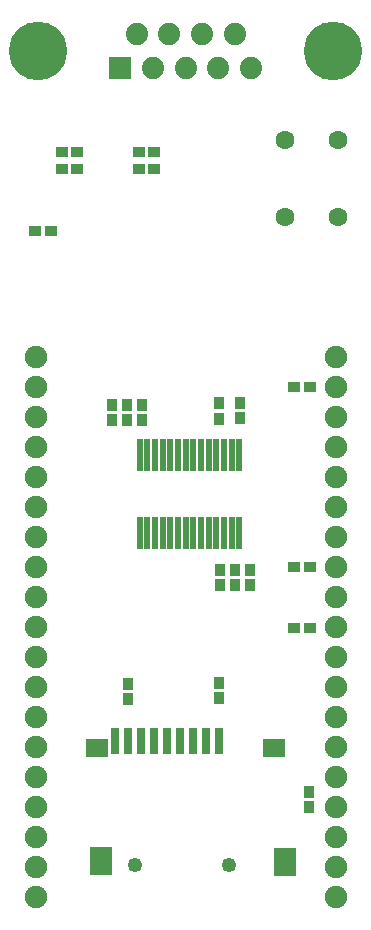
<source format=gbr>
G04 DipTrace 3.3.1.3*
G04 TopMask.gbr*
%MOIN*%
G04 #@! TF.FileFunction,Soldermask,Top*
G04 #@! TF.Part,Single*
%ADD37C,0.049213*%
%ADD44R,0.023628X0.106305*%
%ADD46C,0.074809*%
%ADD50R,0.076778X0.096463*%
%ADD52R,0.076778X0.064967*%
%ADD54R,0.031502X0.08662*%
%ADD56C,0.062998*%
%ADD58C,0.195282*%
%ADD60C,0.074415*%
%ADD62R,0.074415X0.074415*%
%ADD64R,0.043313X0.035439*%
%ADD66R,0.035439X0.043313*%
%FSLAX26Y26*%
G04*
G70*
G90*
G75*
G01*
G04 TopMask*
%LPD*%
D66*
X1199952Y2037451D3*
Y2088632D3*
X1234198Y1532077D3*
Y1480896D3*
X1134824Y1532363D3*
Y1481182D3*
X1184824Y1532363D3*
Y1481182D3*
X1131202Y2087449D3*
Y2036268D3*
D64*
X913685Y2868700D3*
X862504D3*
X656202D3*
X605021D3*
D62*
X800953Y3206293D3*
D60*
X910008D3*
X1019063D3*
X1128118D3*
X1237173D3*
X855481Y3318104D3*
X964536D3*
X1073591D3*
X1182646D3*
D58*
X527134Y3262199D3*
X1510992D3*
D64*
X1381202Y1543700D3*
X1432383D3*
X913685Y2924949D3*
X862504D3*
X1381201Y2143700D3*
X1432382D3*
X1381202Y1337449D3*
X1432383D3*
X656202Y2924951D3*
X605021D3*
D66*
X1431202Y793700D3*
Y742519D3*
X827944Y1151987D3*
Y1100806D3*
X1131202Y1156200D3*
Y1105019D3*
D64*
X569256Y2661745D3*
X518075D3*
D66*
X874196Y2032504D3*
Y2083686D3*
X824196Y2032504D3*
Y2083686D3*
X774196Y2032504D3*
Y2083686D3*
D56*
X1526036Y2708482D3*
Y2964388D3*
X1348870D3*
Y2708482D3*
D54*
X783337Y962516D3*
X826645D3*
X869952D3*
X913259D3*
X956566D3*
X999873D3*
X1043180D3*
X1086487D3*
X1129794D3*
D52*
X724243Y938934D3*
X1313042Y938582D3*
D50*
X1349353Y560697D3*
X737735Y560833D3*
D37*
X848574Y550340D3*
X1163023D3*
D46*
X1518702Y443700D3*
Y543700D3*
Y643700D3*
Y743700D3*
Y843700D3*
Y943700D3*
Y1043700D3*
Y1143700D3*
Y1243700D3*
Y1343700D3*
Y1443700D3*
Y1543700D3*
Y1643700D3*
Y1743700D3*
Y1843700D3*
Y1943700D3*
Y2043700D3*
Y2143700D3*
Y2243700D3*
X518702D3*
Y2143700D3*
Y2043700D3*
Y1943700D3*
Y1843700D3*
Y1743700D3*
Y1643700D3*
Y1543700D3*
Y1443700D3*
Y1343700D3*
Y1243700D3*
Y1143700D3*
Y1043700D3*
Y943700D3*
Y843700D3*
Y743700D3*
Y643700D3*
Y543700D3*
Y443700D3*
D44*
X1197771Y1915448D3*
X1172180Y1915428D3*
X1146589Y1915432D3*
X1120999D3*
X1095408D3*
X1069818D3*
X1044227D3*
X1018637D3*
X993046D3*
X967456D3*
X941865D3*
X916274D3*
X890684D3*
X865093D3*
Y1656960D3*
X890684Y1656968D3*
X916274D3*
X941865D3*
X967456D3*
X993046D3*
X1018637D3*
X1044227D3*
X1069818D3*
X1095408D3*
X1120999D3*
X1146589D3*
X1172180Y1656964D3*
X1197771D3*
M02*

</source>
